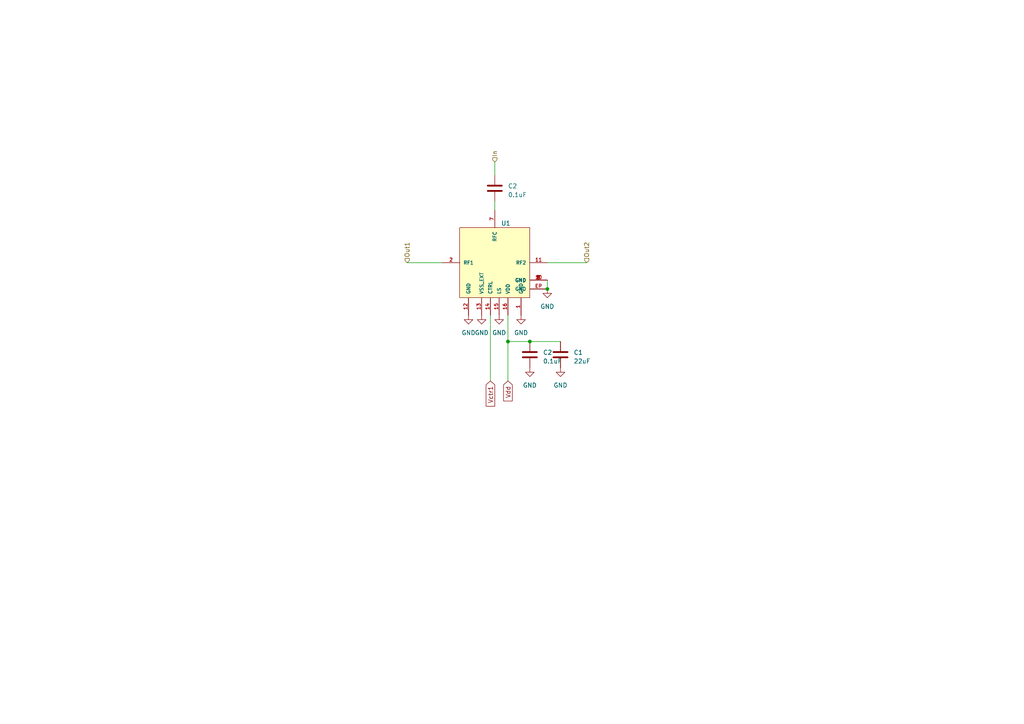
<source format=kicad_sch>
(kicad_sch (version 20230121) (generator eeschema)
  (paper "A4")
  (lib_symbols
    (symbol "Device:C" (pin_numbers hide) (pin_names (offset 0.254))
      (property "Reference" "C" (at 0.635 2.54 0))
      (property "Value" "C" (at 0.635 -2.54 0))
      (symbol "C_0_1"
        (polyline (pts (xy -2.032 -0.762) (xy 2.032 -0.762)) (stroke (width 0.508)))
        (polyline (pts (xy -2.032 0.762) (xy 2.032 0.762)) (stroke (width 0.508)))
      )
      (symbol "C_1_1"
        (pin passive line (at 0 3.81 270) (length 2.794) (name "~") (number "1"))
        (pin passive line (at 0 -3.81 90) (length 2.794) (name "~") (number "2"))
      )
    )
    (symbol "Radar:Switch_PE42553A-Z" (pin_names (offset 1.016))
      (property "Reference" "U" (at -10.1634 10.1634 0))
      (property "Value" "Switch_PE42553A-Z" (at -10.16 2.54 0))
      (symbol "Switch_PE42553A-Z_0_0"
        (rectangle (start -10.16 10.16) (end 10.16 -10.16) (stroke (width 0.1524)) (fill (type background)))
        (pin power_in line (at 7.62 -15.24 90) (length 5.08) (name "GND") (number "1"))
        (pin power_in line (at 15.24 -5.08 180) (length 5.08) (name "GND") (number "10"))
        (pin bidirectional line (at 15.24 0 180) (length 5.08) (name "RF2") (number "11"))
        (pin power_in line (at -7.62 -15.24 90) (length 5.08) (name "GND") (number "12"))
        (pin power_in line (at -3.81 -15.24 90) (length 5.08) (name "VSS_EXT") (number "13"))
        (pin input line (at -1.27 -15.24 90) (length 5.08) (name "CTRL") (number "14"))
        (pin input line (at 1.27 -15.24 90) (length 5.08) (name "LS") (number "15"))
        (pin power_in line (at 3.81 -15.24 90) (length 5.08) (name "VDD") (number "16"))
        (pin bidirectional line (at -15.24 0 0) (length 5.08) (name "RF1") (number "2"))
        (pin power_in line (at 15.24 -5.08 180) (length 5.08) (name "GND") (number "3"))
        (pin power_in line (at 15.24 -5.08 180) (length 5.08) (name "GND") (number "4"))
        (pin power_in line (at 15.24 -5.08 180) (length 5.08) (name "GND") (number "5"))
        (pin power_in line (at 15.24 -5.08 180) (length 5.08) (name "GND") (number "6"))
        (pin bidirectional line (at 0 15.24 270) (length 5.08) (name "RFC") (number "7"))
        (pin power_in line (at 15.24 -5.08 180) (length 5.08) (name "GND") (number "8"))
        (pin power_in line (at 15.24 -5.08 180) (length 5.08) (name "GND") (number "9"))
      )
      (symbol "Switch_PE42553A-Z_1_0"
        (pin power_in line (at 15.24 -7.62 180) (length 5.08) (name "GND") (number "EP"))
      )
    )
    (symbol "power:GND" (power) (pin_names (offset 0))
      (property "Value" "GND" (at 0 -3.81 0))
      (symbol "GND_0_1"
        (polyline (pts (xy 0 0) (xy 0 -1.27) (xy 1.27 -1.27) (xy 0 -2.54) (xy -1.27 -1.27) (xy 0 -1.27)))
      )
      (symbol "GND_1_1"
        (pin power_in line (at 0 0 270) (length 0) hide (name "GND") (number "1"))
      )
    )
  )
  (junction (at 153.67 99.06))
  (junction (at 158.75 83.82))
  (junction (at 147.32 99.06))
  (wire (pts (xy 142.24 91.44) (xy 142.24 110.49)))
  (wire (pts (xy 143.51 46.99) (xy 143.51 50.8)))
  (wire (pts (xy 147.32 99.06) (xy 147.32 110.49)))
  (wire (pts (xy 153.67 99.06) (xy 162.56 99.06)))
  (wire (pts (xy 143.51 58.42) (xy 143.51 60.96)))
  (wire (pts (xy 147.32 91.44) (xy 147.32 99.06)))
  (wire (pts (xy 158.75 81.28) (xy 158.75 83.82)))
  (wire (pts (xy 118.11 76.2) (xy 128.27 76.2)))
  (wire (pts (xy 147.32 99.06) (xy 153.67 99.06)))
  (wire (pts (xy 158.75 76.2) (xy 170.18 76.2)))
  (global_label "Vdd" (shape input) (at 147.32 110.49 270) (property "Intersheetrefs" "${INTERSHEET_REFS}" (effects hide)))
  (global_label "Vctr1" (shape input) (at 142.24 110.49 270) (property "Intersheetrefs" "${INTERSHEET_REFS}" (effects hide)))
  (hierarchical_label "Out1" (shape input) (at 118.11 76.2 90))
  (hierarchical_label "In" (shape input) (at 143.51 46.99 90))
  (hierarchical_label "Out2" (shape input) (at 170.18 76.2 90))
  (symbol (lib_id "Device:C") (at 153.67 102.87 0) (unit 1)
    (property "Reference" "C2" (at 157.48 102.235 0) (effects (justify left)))
    (property "Value" "0.1uF" (at 157.48 104.775 0) (effects (justify left)))
    (property "Footprint" "radar:0603 usual" (effects hide))
    (instances (project "TX_switch" (path "" (reference "C2") (unit 1)) (path "" (reference "C3") (unit 1))))
  )
  (symbol (lib_id "Device:C") (at 162.56 102.87 0) (unit 1)
    (property "Reference" "C1" (at 166.37 102.235 0) (effects (justify left)))
    (property "Value" "22uF" (at 166.37 104.775 0) (effects (justify left)))
    (property "Footprint" "radar:0603 usual" (effects hide))
    (instances (project "TX_switch" (path "" (reference "C1") (unit 1)) (path "" (reference "C4") (unit 1))))
  )
  (symbol (lib_id "power:GND") (at 153.67 106.68 0) (unit 1)
    (property "Reference" "#PWR045" (effects hide))
    (property "Value" "GND" (at 153.67 111.76 0))
    (instances (project "TX_switch" (path "" (reference "#PWR045") (unit 1)) (path "" (reference "#PWR07") (unit 1))))
  )
  (symbol (lib_id "power:GND") (at 162.56 106.68 0) (unit 1)
    (property "Reference" "#PWR046" (effects hide))
    (property "Value" "GND" (at 162.56 111.76 0))
    (instances (project "TX_switch" (path "" (reference "#PWR046") (unit 1)) (path "" (reference "#PWR09") (unit 1))))
  )
  (symbol (lib_id "Device:C") (at 143.51 54.61 0) (unit 1)
    (property "Reference" "C2" (at 147.32 53.975 0) (effects (justify left)))
    (property "Value" "0.1uF" (at 147.32 56.515 0) (effects (justify left)))
    (property "Footprint" "radar:0603 usual" (effects hide))
    (instances (project "TX_switch" (path "" (reference "C2") (unit 1)) (path "" (reference "C15") (unit 1))))
  )
  (symbol (lib_id "power:GND") (at 135.89 91.44 0) (unit 1)
    (property "Reference" "#PWR016" (effects hide))
    (property "Value" "GND" (at 135.89 96.52 0))
    (instances (project "TX_switch" (path "" (reference "#PWR016") (unit 1)) (path "" (reference "#PWR01") (unit 1))))
  )
  (symbol (lib_id "power:GND") (at 144.78 91.44 0) (unit 1)
    (property "Reference" "#PWR018" (effects hide))
    (property "Value" "GND" (at 144.78 96.52 0))
    (instances (project "TX_switch" (path "" (reference "#PWR018") (unit 1)) (path "" (reference "#PWR05") (unit 1))))
  )
  (symbol (lib_id "power:GND") (at 151.13 91.44 0) (unit 1)
    (property "Reference" "#PWR017" (effects hide))
    (property "Value" "GND" (at 151.13 96.52 0))
    (instances (project "TX_switch" (path "" (reference "#PWR017") (unit 1)) (path "" (reference "#PWR06") (unit 1))))
  )
  (symbol (lib_id "power:GND") (at 158.75 83.82 0) (unit 1)
    (property "Reference" "#PWR015" (effects hide))
    (property "Value" "GND" (at 158.75 88.9 0))
    (instances (project "TX_switch" (path "" (reference "#PWR015") (unit 1)) (path "" (reference "#PWR08") (unit 1))))
  )
  (symbol (lib_id "power:GND") (at 139.7 91.44 0) (unit 1)
    (property "Reference" "#PWR019" (effects hide))
    (property "Value" "GND" (at 139.7 96.52 0))
    (instances (project "TX_switch" (path "" (reference "#PWR019") (unit 1)) (path "" (reference "#PWR04") (unit 1))))
  )
  (symbol (lib_id "Radar:Switch_PE42553A-Z") (at 143.51 76.2 0) (unit 1)
    (property "Reference" "U1" (at 145.3389 64.77 0) (effects (justify left)))
    (property "Value" "Switch_PE42553A-Z" (effects hide))
    (property "Footprint" "MUSIC_Lab:Switch_PE42553A_QFN17N" (effects hide))
    (property "PACKAGE_ID" "26609" (effects hide))
    (property "MANUFACTURER" "Peregrine Semiconductor" (effects hide))
    (instances (project "TX_switch" (path "" (reference "U1") (unit 1)) (path "" (reference "U3") (unit 1))))
  )
)
</source>
